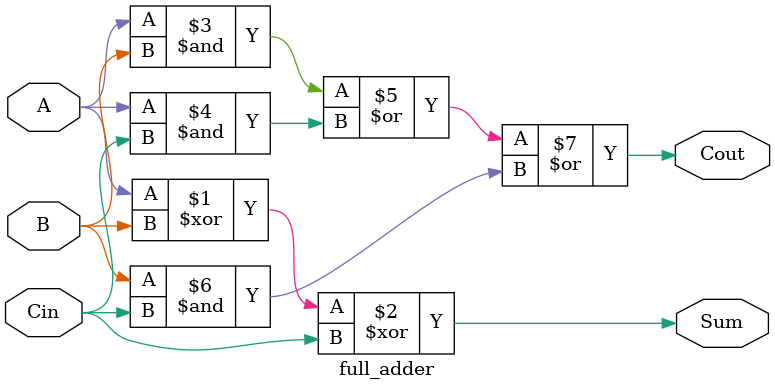
<source format=v>
module rsa #( parameter N = 4 ) (
    input  wire [N-1:0] A, B,  // Các toán hạng đầu vào
    input  wire Cin,           // Bit nhớ vào
    output wire [N-1:0] Sum,   // Tổng đầu ra
    output wire Cout           // Bit nhớ ra
);
    wire [N:0] carry;          // Dây để truyền bit nhớ giữa các bộ cộng
    wire [N-1:0] B_xor;        // B XOR với Cin để hỗ trợ phép trừ khi cần

    assign carry[0] = Cin; 
    assign B_xor = B ^ {N{Cin}};  // Nếu Cin = 1, sẽ thực hiện phép trừ A - B

    genvar i;
    generate
        for (i = 0; i < N; i = i + 1) begin : adder_stage
            full_adder FA (
                .A(A[i]), 
                .B(B_xor[i]), 
                .Cin(carry[i]), 
                .Sum(Sum[i]), 
                .Cout(carry[i+1])
            );
        end
    endgenerate

    assign Cout = carry[N];  // Bit nhớ cuối cùng
endmodule


// Full Adder 1-bit
module full_adder (
    input  wire A, B, Cin,  
    output wire Sum, Cout   
);
    assign Sum  = A ^ B ^ Cin; 
    assign Cout = (A & B) | (A & Cin) | (B & Cin);  
endmodule

</source>
